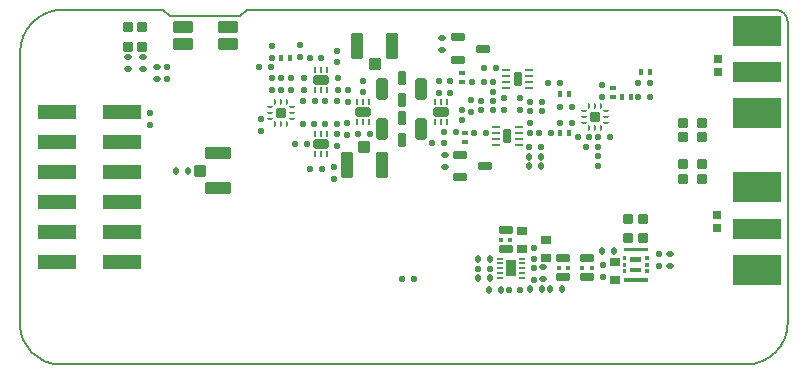
<source format=gtp>
G04*
G04 #@! TF.GenerationSoftware,Altium Limited,CircuitStudio,1.5.2 (30)*
G04*
G04 Layer_Color=16711884*
%FSLAX25Y25*%
%MOIN*%
G70*
G01*
G75*
G04:AMPARAMS|DCode=13|XSize=49.02mil|YSize=24.02mil|CornerRadius=3.6mil|HoleSize=0mil|Usage=FLASHONLY|Rotation=90.000|XOffset=0mil|YOffset=0mil|HoleType=Round|Shape=RoundedRectangle|*
%AMROUNDEDRECTD13*
21,1,0.04902,0.01681,0,0,90.0*
21,1,0.04181,0.02402,0,0,90.0*
1,1,0.00721,0.00841,0.02091*
1,1,0.00721,0.00841,-0.02091*
1,1,0.00721,-0.00841,-0.02091*
1,1,0.00721,-0.00841,0.02091*
%
%ADD13ROUNDEDRECTD13*%
G04:AMPARAMS|DCode=14|XSize=70.87mil|YSize=40.95mil|CornerRadius=6.14mil|HoleSize=0mil|Usage=FLASHONLY|Rotation=90.000|XOffset=0mil|YOffset=0mil|HoleType=Round|Shape=RoundedRectangle|*
%AMROUNDEDRECTD14*
21,1,0.07087,0.02866,0,0,90.0*
21,1,0.05858,0.04095,0,0,90.0*
1,1,0.01228,0.01433,0.02929*
1,1,0.01228,0.01433,-0.02929*
1,1,0.01228,-0.01433,-0.02929*
1,1,0.01228,-0.01433,0.02929*
%
%ADD14ROUNDEDRECTD14*%
G04:AMPARAMS|DCode=15|XSize=64.96mil|YSize=41.34mil|CornerRadius=4.13mil|HoleSize=0mil|Usage=FLASHONLY|Rotation=180.000|XOffset=0mil|YOffset=0mil|HoleType=Round|Shape=RoundedRectangle|*
%AMROUNDEDRECTD15*
21,1,0.06496,0.03307,0,0,180.0*
21,1,0.05669,0.04134,0,0,180.0*
1,1,0.00827,-0.02835,0.01654*
1,1,0.00827,0.02835,0.01654*
1,1,0.00827,0.02835,-0.01654*
1,1,0.00827,-0.02835,-0.01654*
%
%ADD15ROUNDEDRECTD15*%
G04:AMPARAMS|DCode=18|XSize=32.68mil|YSize=27.56mil|CornerRadius=2.76mil|HoleSize=0mil|Usage=FLASHONLY|Rotation=180.000|XOffset=0mil|YOffset=0mil|HoleType=Round|Shape=RoundedRectangle|*
%AMROUNDEDRECTD18*
21,1,0.03268,0.02205,0,0,180.0*
21,1,0.02717,0.02756,0,0,180.0*
1,1,0.00551,-0.01358,0.01102*
1,1,0.00551,0.01358,0.01102*
1,1,0.00551,0.01358,-0.01102*
1,1,0.00551,-0.01358,-0.01102*
%
%ADD18ROUNDEDRECTD18*%
G04:AMPARAMS|DCode=19|XSize=31.89mil|YSize=36.61mil|CornerRadius=4.78mil|HoleSize=0mil|Usage=FLASHONLY|Rotation=270.000|XOffset=0mil|YOffset=0mil|HoleType=Round|Shape=RoundedRectangle|*
%AMROUNDEDRECTD19*
21,1,0.03189,0.02705,0,0,270.0*
21,1,0.02232,0.03661,0,0,270.0*
1,1,0.00957,-0.01352,-0.01116*
1,1,0.00957,-0.01352,0.01116*
1,1,0.00957,0.01352,0.01116*
1,1,0.00957,0.01352,-0.01116*
%
%ADD19ROUNDEDRECTD19*%
G04:AMPARAMS|DCode=20|XSize=31.89mil|YSize=36.61mil|CornerRadius=4.78mil|HoleSize=0mil|Usage=FLASHONLY|Rotation=180.000|XOffset=0mil|YOffset=0mil|HoleType=Round|Shape=RoundedRectangle|*
%AMROUNDEDRECTD20*
21,1,0.03189,0.02705,0,0,180.0*
21,1,0.02232,0.03661,0,0,180.0*
1,1,0.00957,-0.01116,0.01352*
1,1,0.00957,0.01116,0.01352*
1,1,0.00957,0.01116,-0.01352*
1,1,0.00957,-0.01116,-0.01352*
%
%ADD20ROUNDEDRECTD20*%
G04:AMPARAMS|DCode=21|XSize=27.56mil|YSize=27.56mil|CornerRadius=2.76mil|HoleSize=0mil|Usage=FLASHONLY|Rotation=270.000|XOffset=0mil|YOffset=0mil|HoleType=Round|Shape=RoundedRectangle|*
%AMROUNDEDRECTD21*
21,1,0.02756,0.02205,0,0,270.0*
21,1,0.02205,0.02756,0,0,270.0*
1,1,0.00551,-0.01102,-0.01102*
1,1,0.00551,-0.01102,0.01102*
1,1,0.00551,0.01102,0.01102*
1,1,0.00551,0.01102,-0.01102*
%
%ADD21ROUNDEDRECTD21*%
G04:AMPARAMS|DCode=22|XSize=14.17mil|YSize=23mil|CornerRadius=0.71mil|HoleSize=0mil|Usage=FLASHONLY|Rotation=180.000|XOffset=0mil|YOffset=0mil|HoleType=Round|Shape=RoundedRectangle|*
%AMROUNDEDRECTD22*
21,1,0.01417,0.02158,0,0,180.0*
21,1,0.01276,0.02300,0,0,180.0*
1,1,0.00142,-0.00638,0.01079*
1,1,0.00142,0.00638,0.01079*
1,1,0.00142,0.00638,-0.01079*
1,1,0.00142,-0.00638,-0.01079*
%
%ADD22ROUNDEDRECTD22*%
G04:AMPARAMS|DCode=23|XSize=14.17mil|YSize=23mil|CornerRadius=0.71mil|HoleSize=0mil|Usage=FLASHONLY|Rotation=90.000|XOffset=0mil|YOffset=0mil|HoleType=Round|Shape=RoundedRectangle|*
%AMROUNDEDRECTD23*
21,1,0.01417,0.02158,0,0,90.0*
21,1,0.01276,0.02300,0,0,90.0*
1,1,0.00142,0.01079,0.00638*
1,1,0.00142,0.01079,-0.00638*
1,1,0.00142,-0.01079,-0.00638*
1,1,0.00142,-0.01079,0.00638*
%
%ADD23ROUNDEDRECTD23*%
G04:AMPARAMS|DCode=24|XSize=23.62mil|YSize=17.72mil|CornerRadius=4.43mil|HoleSize=0mil|Usage=FLASHONLY|Rotation=270.000|XOffset=0mil|YOffset=0mil|HoleType=Round|Shape=RoundedRectangle|*
%AMROUNDEDRECTD24*
21,1,0.02362,0.00886,0,0,270.0*
21,1,0.01476,0.01772,0,0,270.0*
1,1,0.00886,-0.00443,-0.00738*
1,1,0.00886,-0.00443,0.00738*
1,1,0.00886,0.00443,0.00738*
1,1,0.00886,0.00443,-0.00738*
%
%ADD24ROUNDEDRECTD24*%
G04:AMPARAMS|DCode=25|XSize=23.62mil|YSize=17.72mil|CornerRadius=4.43mil|HoleSize=0mil|Usage=FLASHONLY|Rotation=180.000|XOffset=0mil|YOffset=0mil|HoleType=Round|Shape=RoundedRectangle|*
%AMROUNDEDRECTD25*
21,1,0.02362,0.00886,0,0,180.0*
21,1,0.01476,0.01772,0,0,180.0*
1,1,0.00886,-0.00738,0.00443*
1,1,0.00886,0.00738,0.00443*
1,1,0.00886,0.00738,-0.00443*
1,1,0.00886,-0.00738,-0.00443*
%
%ADD25ROUNDEDRECTD25*%
G04:AMPARAMS|DCode=26|XSize=47.24mil|YSize=23.62mil|CornerRadius=3.54mil|HoleSize=0mil|Usage=FLASHONLY|Rotation=90.000|XOffset=0mil|YOffset=0mil|HoleType=Round|Shape=RoundedRectangle|*
%AMROUNDEDRECTD26*
21,1,0.04724,0.01654,0,0,90.0*
21,1,0.04016,0.02362,0,0,90.0*
1,1,0.00709,0.00827,0.02008*
1,1,0.00709,0.00827,-0.02008*
1,1,0.00709,-0.00827,-0.02008*
1,1,0.00709,-0.00827,0.02008*
%
%ADD26ROUNDEDRECTD26*%
G04:AMPARAMS|DCode=27|XSize=9.84mil|YSize=29.53mil|CornerRadius=1.48mil|HoleSize=0mil|Usage=FLASHONLY|Rotation=90.000|XOffset=0mil|YOffset=0mil|HoleType=Round|Shape=RoundedRectangle|*
%AMROUNDEDRECTD27*
21,1,0.00984,0.02658,0,0,90.0*
21,1,0.00689,0.02953,0,0,90.0*
1,1,0.00295,0.01329,0.00345*
1,1,0.00295,0.01329,-0.00345*
1,1,0.00295,-0.01329,-0.00345*
1,1,0.00295,-0.01329,0.00345*
%
%ADD27ROUNDEDRECTD27*%
G04:AMPARAMS|DCode=28|XSize=47.24mil|YSize=23.62mil|CornerRadius=2.36mil|HoleSize=0mil|Usage=FLASHONLY|Rotation=180.000|XOffset=0mil|YOffset=0mil|HoleType=Round|Shape=RoundedRectangle|*
%AMROUNDEDRECTD28*
21,1,0.04724,0.01890,0,0,180.0*
21,1,0.04252,0.02362,0,0,180.0*
1,1,0.00472,-0.02126,0.00945*
1,1,0.00472,0.02126,0.00945*
1,1,0.00472,0.02126,-0.00945*
1,1,0.00472,-0.02126,-0.00945*
%
%ADD28ROUNDEDRECTD28*%
%ADD29R,0.01654X0.01575*%
%ADD30R,0.16496X0.10492*%
%ADD31R,0.16496X0.07008*%
G04:AMPARAMS|DCode=32|XSize=48.43mil|YSize=23.62mil|CornerRadius=2.95mil|HoleSize=0mil|Usage=FLASHONLY|Rotation=0.000|XOffset=0mil|YOffset=0mil|HoleType=Round|Shape=RoundedRectangle|*
%AMROUNDEDRECTD32*
21,1,0.04843,0.01772,0,0,0.0*
21,1,0.04252,0.02362,0,0,0.0*
1,1,0.00591,0.02126,-0.00886*
1,1,0.00591,-0.02126,-0.00886*
1,1,0.00591,-0.02126,0.00886*
1,1,0.00591,0.02126,0.00886*
%
%ADD32ROUNDEDRECTD32*%
G04:AMPARAMS|DCode=33|XSize=21.65mil|YSize=17.72mil|CornerRadius=4.43mil|HoleSize=0mil|Usage=FLASHONLY|Rotation=180.000|XOffset=0mil|YOffset=0mil|HoleType=Round|Shape=RoundedRectangle|*
%AMROUNDEDRECTD33*
21,1,0.02165,0.00886,0,0,180.0*
21,1,0.01280,0.01772,0,0,180.0*
1,1,0.00886,-0.00640,0.00443*
1,1,0.00886,0.00640,0.00443*
1,1,0.00886,0.00640,-0.00443*
1,1,0.00886,-0.00640,-0.00443*
%
%ADD33ROUNDEDRECTD33*%
%ADD34R,0.12520X0.05000*%
G04:AMPARAMS|DCode=38|XSize=21.65mil|YSize=9.84mil|CornerRadius=1.48mil|HoleSize=0mil|Usage=FLASHONLY|Rotation=90.000|XOffset=0mil|YOffset=0mil|HoleType=Round|Shape=RoundedRectangle|*
%AMROUNDEDRECTD38*
21,1,0.02165,0.00689,0,0,90.0*
21,1,0.01870,0.00984,0,0,90.0*
1,1,0.00295,0.00345,0.00935*
1,1,0.00295,0.00345,-0.00935*
1,1,0.00295,-0.00345,-0.00935*
1,1,0.00295,-0.00345,0.00935*
%
%ADD38ROUNDEDRECTD38*%
G04:AMPARAMS|DCode=39|XSize=51.18mil|YSize=31.5mil|CornerRadius=4.72mil|HoleSize=0mil|Usage=FLASHONLY|Rotation=180.000|XOffset=0mil|YOffset=0mil|HoleType=Round|Shape=RoundedRectangle|*
%AMROUNDEDRECTD39*
21,1,0.05118,0.02205,0,0,180.0*
21,1,0.04173,0.03150,0,0,180.0*
1,1,0.00945,-0.02087,0.01102*
1,1,0.00945,0.02087,0.01102*
1,1,0.00945,0.02087,-0.01102*
1,1,0.00945,-0.02087,-0.01102*
%
%ADD39ROUNDEDRECTD39*%
G04:AMPARAMS|DCode=40|XSize=39.37mil|YSize=41.34mil|CornerRadius=3.94mil|HoleSize=0mil|Usage=FLASHONLY|Rotation=270.000|XOffset=0mil|YOffset=0mil|HoleType=Round|Shape=RoundedRectangle|*
%AMROUNDEDRECTD40*
21,1,0.03937,0.03347,0,0,270.0*
21,1,0.03150,0.04134,0,0,270.0*
1,1,0.00787,-0.01673,-0.01575*
1,1,0.00787,-0.01673,0.01575*
1,1,0.00787,0.01673,0.01575*
1,1,0.00787,0.01673,-0.01575*
%
%ADD40ROUNDEDRECTD40*%
G04:AMPARAMS|DCode=41|XSize=41.34mil|YSize=86.61mil|CornerRadius=4.13mil|HoleSize=0mil|Usage=FLASHONLY|Rotation=270.000|XOffset=0mil|YOffset=0mil|HoleType=Round|Shape=RoundedRectangle|*
%AMROUNDEDRECTD41*
21,1,0.04134,0.07835,0,0,270.0*
21,1,0.03307,0.08661,0,0,270.0*
1,1,0.00827,-0.03917,-0.01654*
1,1,0.00827,-0.03917,0.01654*
1,1,0.00827,0.03917,0.01654*
1,1,0.00827,0.03917,-0.01654*
%
%ADD41ROUNDEDRECTD41*%
G04:AMPARAMS|DCode=42|XSize=39.37mil|YSize=41.34mil|CornerRadius=3.94mil|HoleSize=0mil|Usage=FLASHONLY|Rotation=180.000|XOffset=0mil|YOffset=0mil|HoleType=Round|Shape=RoundedRectangle|*
%AMROUNDEDRECTD42*
21,1,0.03937,0.03347,0,0,180.0*
21,1,0.03150,0.04134,0,0,180.0*
1,1,0.00787,-0.01575,0.01673*
1,1,0.00787,0.01575,0.01673*
1,1,0.00787,0.01575,-0.01673*
1,1,0.00787,-0.01575,-0.01673*
%
%ADD42ROUNDEDRECTD42*%
G04:AMPARAMS|DCode=43|XSize=41.34mil|YSize=86.61mil|CornerRadius=4.13mil|HoleSize=0mil|Usage=FLASHONLY|Rotation=180.000|XOffset=0mil|YOffset=0mil|HoleType=Round|Shape=RoundedRectangle|*
%AMROUNDEDRECTD43*
21,1,0.04134,0.07835,0,0,180.0*
21,1,0.03307,0.08661,0,0,180.0*
1,1,0.00827,-0.01654,0.03917*
1,1,0.00827,0.01654,0.03917*
1,1,0.00827,0.01654,-0.03917*
1,1,0.00827,-0.01654,-0.03917*
%
%ADD43ROUNDEDRECTD43*%
G04:AMPARAMS|DCode=44|XSize=21.65mil|YSize=8.66mil|CornerRadius=0.87mil|HoleSize=0mil|Usage=FLASHONLY|Rotation=0.000|XOffset=0mil|YOffset=0mil|HoleType=Round|Shape=RoundedRectangle|*
%AMROUNDEDRECTD44*
21,1,0.02165,0.00693,0,0,0.0*
21,1,0.01992,0.00866,0,0,0.0*
1,1,0.00173,0.00996,-0.00347*
1,1,0.00173,-0.00996,-0.00347*
1,1,0.00173,-0.00996,0.00347*
1,1,0.00173,0.00996,0.00347*
%
%ADD44ROUNDEDRECTD44*%
G04:AMPARAMS|DCode=46|XSize=18.11mil|YSize=7.87mil|CornerRadius=3.15mil|HoleSize=0mil|Usage=FLASHONLY|Rotation=180.000|XOffset=0mil|YOffset=0mil|HoleType=Round|Shape=RoundedRectangle|*
%AMROUNDEDRECTD46*
21,1,0.01811,0.00158,0,0,180.0*
21,1,0.01181,0.00787,0,0,180.0*
1,1,0.00630,-0.00591,0.00079*
1,1,0.00630,0.00591,0.00079*
1,1,0.00630,0.00591,-0.00079*
1,1,0.00630,-0.00591,-0.00079*
%
%ADD46ROUNDEDRECTD46*%
G04:AMPARAMS|DCode=47|XSize=18.11mil|YSize=7.87mil|CornerRadius=3.15mil|HoleSize=0mil|Usage=FLASHONLY|Rotation=270.000|XOffset=0mil|YOffset=0mil|HoleType=Round|Shape=RoundedRectangle|*
%AMROUNDEDRECTD47*
21,1,0.01811,0.00158,0,0,270.0*
21,1,0.01181,0.00787,0,0,270.0*
1,1,0.00630,-0.00079,-0.00591*
1,1,0.00630,-0.00079,0.00591*
1,1,0.00630,0.00079,0.00591*
1,1,0.00630,0.00079,-0.00591*
%
%ADD47ROUNDEDRECTD47*%
G04:AMPARAMS|DCode=48|XSize=31.5mil|YSize=31.5mil|CornerRadius=3.15mil|HoleSize=0mil|Usage=FLASHONLY|Rotation=270.000|XOffset=0mil|YOffset=0mil|HoleType=Round|Shape=RoundedRectangle|*
%AMROUNDEDRECTD48*
21,1,0.03150,0.02520,0,0,270.0*
21,1,0.02520,0.03150,0,0,270.0*
1,1,0.00630,-0.01260,-0.01260*
1,1,0.00630,-0.01260,0.01260*
1,1,0.00630,0.01260,0.01260*
1,1,0.00630,0.01260,-0.01260*
%
%ADD48ROUNDEDRECTD48*%
%ADD56C,0.00500*%
G04:AMPARAMS|DCode=104|XSize=21.62mil|YSize=17.69mil|CornerRadius=3.92mil|HoleSize=0mil|Usage=FLASHONLY|Rotation=180.000|XOffset=0mil|YOffset=0mil|HoleType=Round|Shape=RoundedRectangle|*
%AMROUNDEDRECTD104*
21,1,0.02162,0.00984,0,0,180.0*
21,1,0.01378,0.01769,0,0,180.0*
1,1,0.00784,-0.00689,0.00492*
1,1,0.00784,0.00689,0.00492*
1,1,0.00784,0.00689,-0.00492*
1,1,0.00784,-0.00689,-0.00492*
%
%ADD104ROUNDEDRECTD104*%
G04:AMPARAMS|DCode=105|XSize=21.62mil|YSize=17.69mil|CornerRadius=3.92mil|HoleSize=0mil|Usage=FLASHONLY|Rotation=270.000|XOffset=0mil|YOffset=0mil|HoleType=Round|Shape=RoundedRectangle|*
%AMROUNDEDRECTD105*
21,1,0.02162,0.00984,0,0,270.0*
21,1,0.01378,0.01769,0,0,270.0*
1,1,0.00784,-0.00492,-0.00689*
1,1,0.00784,-0.00492,0.00689*
1,1,0.00784,0.00492,0.00689*
1,1,0.00784,0.00492,-0.00689*
%
%ADD105ROUNDEDRECTD105*%
G04:AMPARAMS|DCode=106|XSize=31.5mil|YSize=55.12mil|CornerRadius=1.58mil|HoleSize=0mil|Usage=FLASHONLY|Rotation=0.000|XOffset=0mil|YOffset=0mil|HoleType=Round|Shape=RoundedRectangle|*
%AMROUNDEDRECTD106*
21,1,0.03150,0.05197,0,0,0.0*
21,1,0.02835,0.05512,0,0,0.0*
1,1,0.00315,0.01417,-0.02598*
1,1,0.00315,-0.01417,-0.02598*
1,1,0.00315,-0.01417,0.02598*
1,1,0.00315,0.01417,0.02598*
%
%ADD106ROUNDEDRECTD106*%
G36*
X1244200Y729933D02*
X1243020D01*
Y731116D01*
X1244200D01*
Y729933D01*
D02*
G37*
G36*
X1241641Y730127D02*
X1238094D01*
Y731706D01*
X1241641D01*
Y730127D01*
D02*
G37*
G36*
X1236719Y729931D02*
X1235533D01*
Y731116D01*
X1236719D01*
Y729931D01*
D02*
G37*
G36*
X1243904Y727079D02*
X1235833D01*
Y728163D01*
X1243904D01*
Y727079D01*
D02*
G37*
G36*
X1199388Y729691D02*
X1197143D01*
Y733431D01*
X1199388D01*
Y729691D01*
D02*
G37*
G36*
X1244200Y732099D02*
X1243021D01*
Y733281D01*
X1244200D01*
Y732099D01*
D02*
G37*
G36*
Y734267D02*
X1243021D01*
Y735447D01*
X1244200D01*
Y734267D01*
D02*
G37*
G36*
X1243904Y737222D02*
X1235830D01*
Y738301D01*
X1243904D01*
Y737222D01*
D02*
G37*
G36*
X1236719Y734266D02*
X1235537D01*
Y735447D01*
X1236719D01*
Y734266D01*
D02*
G37*
G36*
Y732100D02*
X1235536D01*
Y733281D01*
X1236719D01*
Y732100D01*
D02*
G37*
G36*
X1241641Y733675D02*
X1238097D01*
Y735250D01*
X1241641D01*
Y733675D01*
D02*
G37*
D13*
X1161836Y774360D02*
D03*
Y781663D02*
D03*
X1161826Y787509D02*
D03*
Y794813D02*
D03*
D14*
X1168233Y778011D02*
D03*
X1155438D02*
D03*
X1168223Y791161D02*
D03*
X1155428D02*
D03*
D15*
X1103954Y806327D02*
D03*
Y812035D02*
D03*
X1088797Y806327D02*
D03*
Y812035D02*
D03*
D18*
X1209826Y741004D02*
D03*
Y735098D02*
D03*
X1201876Y738028D02*
D03*
Y743934D02*
D03*
X1232876Y727728D02*
D03*
Y733634D02*
D03*
D19*
X1242276Y748070D02*
D03*
Y741692D02*
D03*
X1237376Y748070D02*
D03*
Y741692D02*
D03*
X1070636Y811800D02*
D03*
Y805422D02*
D03*
X1075456Y811820D02*
D03*
Y805442D02*
D03*
D20*
X1262065Y766181D02*
D03*
X1255687D02*
D03*
X1262065Y761381D02*
D03*
X1255687D02*
D03*
X1262065Y775181D02*
D03*
X1255687D02*
D03*
X1262065Y779881D02*
D03*
X1255687D02*
D03*
D21*
X1266887Y749127D02*
D03*
Y744797D02*
D03*
X1267433Y801128D02*
D03*
Y796797D02*
D03*
D22*
X1121716Y801681D02*
D03*
X1124716D02*
D03*
X1217583Y789713D02*
D03*
X1214583D02*
D03*
X1241676Y796981D02*
D03*
X1244676D02*
D03*
X1217583Y776524D02*
D03*
X1214583D02*
D03*
X1235276Y788681D02*
D03*
X1238276D02*
D03*
D23*
X1232276Y791681D02*
D03*
Y788681D02*
D03*
X1181929Y796610D02*
D03*
Y793610D02*
D03*
X1182876Y773581D02*
D03*
Y776581D02*
D03*
D24*
X1190846Y724381D02*
D03*
X1194846D02*
D03*
X1232676Y737381D02*
D03*
X1228676D02*
D03*
X1191356Y734581D02*
D03*
X1187356D02*
D03*
X1187336Y728171D02*
D03*
X1191336D02*
D03*
X1215276Y724481D02*
D03*
X1211276D02*
D03*
X1208776D02*
D03*
X1204776D02*
D03*
X1208276Y765581D02*
D03*
X1204276D02*
D03*
X1204366Y768759D02*
D03*
X1208366D02*
D03*
X1086476Y763931D02*
D03*
X1090476D02*
D03*
D25*
X1251376Y736381D02*
D03*
Y732381D02*
D03*
X1209089Y731856D02*
D03*
Y727856D02*
D03*
X1175450Y804313D02*
D03*
Y808313D02*
D03*
X1176193Y765396D02*
D03*
Y769396D02*
D03*
X1070676Y802081D02*
D03*
Y798081D02*
D03*
X1075476Y802081D02*
D03*
Y798081D02*
D03*
X1080176Y798681D02*
D03*
Y794681D02*
D03*
D26*
X1197028Y775638D02*
D03*
X1200532Y794535D02*
D03*
D27*
X1200906Y772685D02*
D03*
Y774654D02*
D03*
Y776622D02*
D03*
Y778591D02*
D03*
X1193150Y772685D02*
D03*
Y774654D02*
D03*
Y776622D02*
D03*
Y778591D02*
D03*
X1196654Y797488D02*
D03*
Y795520D02*
D03*
Y793551D02*
D03*
Y791583D02*
D03*
X1204410Y797488D02*
D03*
Y795520D02*
D03*
Y793551D02*
D03*
Y791583D02*
D03*
D28*
X1215776Y734831D02*
D03*
Y728532D02*
D03*
X1196476Y744131D02*
D03*
Y737831D02*
D03*
X1223676Y734831D02*
D03*
Y728532D02*
D03*
D29*
X1214201Y731681D02*
D03*
X1217350D02*
D03*
X1194901Y740981D02*
D03*
X1198050D02*
D03*
X1222101Y731681D02*
D03*
X1225250D02*
D03*
D30*
X1280174Y783114D02*
D03*
Y810614D02*
D03*
Y730948D02*
D03*
Y758448D02*
D03*
D31*
Y796864D02*
D03*
Y744698D02*
D03*
D32*
X1180725Y808478D02*
D03*
X1189072Y804738D02*
D03*
X1180725Y800998D02*
D03*
X1181415Y769403D02*
D03*
X1189761Y765662D02*
D03*
X1181415Y761922D02*
D03*
D33*
X1227245Y768855D02*
D03*
Y765508D02*
D03*
X1192376Y793681D02*
D03*
Y790335D02*
D03*
X1204567Y776622D02*
D03*
Y779968D02*
D03*
X1181929Y784201D02*
D03*
Y780855D02*
D03*
D34*
X1046985Y783478D02*
D03*
Y773478D02*
D03*
Y763478D02*
D03*
Y753478D02*
D03*
Y743478D02*
D03*
Y733478D02*
D03*
X1068481Y783478D02*
D03*
Y773478D02*
D03*
Y763478D02*
D03*
Y753478D02*
D03*
Y743478D02*
D03*
Y733478D02*
D03*
D38*
X1172867Y780405D02*
D03*
X1174836D02*
D03*
X1176804D02*
D03*
Y787098D02*
D03*
X1174836D02*
D03*
X1172867D02*
D03*
X1147027Y780325D02*
D03*
X1148996D02*
D03*
X1150964D02*
D03*
Y787018D02*
D03*
X1148996D02*
D03*
X1147027D02*
D03*
X1137047Y776327D02*
D03*
X1135079D02*
D03*
X1133110D02*
D03*
Y769634D02*
D03*
X1135079D02*
D03*
X1137047D02*
D03*
X1133110Y790894D02*
D03*
X1135079D02*
D03*
X1137047D02*
D03*
Y797587D02*
D03*
X1135079D02*
D03*
X1133110D02*
D03*
D39*
X1174836Y783751D02*
D03*
X1148996Y783671D02*
D03*
X1135079Y772980D02*
D03*
Y794240D02*
D03*
D40*
X1094472Y763981D02*
D03*
D41*
X1100476Y769788D02*
D03*
Y758174D02*
D03*
D42*
X1149446Y772005D02*
D03*
X1152846Y799577D02*
D03*
D43*
X1155253Y766001D02*
D03*
X1143639D02*
D03*
X1147038Y805581D02*
D03*
X1158653D02*
D03*
D44*
X1194525Y734711D02*
D03*
Y733136D02*
D03*
Y731561D02*
D03*
Y729986D02*
D03*
Y728411D02*
D03*
X1202006D02*
D03*
Y729986D02*
D03*
Y731561D02*
D03*
Y733136D02*
D03*
Y734711D02*
D03*
D46*
X1125354Y781248D02*
D03*
Y783217D02*
D03*
Y785185D02*
D03*
X1118032D02*
D03*
Y783217D02*
D03*
Y781248D02*
D03*
X1222756Y784004D02*
D03*
Y782035D02*
D03*
Y780067D02*
D03*
X1230079D02*
D03*
Y782035D02*
D03*
Y784004D02*
D03*
D47*
X1123662Y786878D02*
D03*
X1121693D02*
D03*
X1119724D02*
D03*
Y779555D02*
D03*
X1121693D02*
D03*
X1123662D02*
D03*
X1224449Y778374D02*
D03*
X1226417D02*
D03*
X1228386D02*
D03*
Y785697D02*
D03*
X1226417D02*
D03*
X1224449D02*
D03*
D48*
X1121693Y783217D02*
D03*
X1226417Y782035D02*
D03*
D56*
X1290528Y813564D02*
G03*
X1286362Y817730I-4166J0D01*
G01*
X1048995D02*
G03*
X1034623Y803358I0J-14372D01*
G01*
X1034623Y712769D02*
G03*
X1047891Y699502I13268J0D01*
G01*
X1276749Y699502D02*
G03*
X1290528Y713281I0J13780D01*
G01*
X1107961Y815466D02*
X1110224Y817730D01*
X1048995D02*
X1082327D01*
X1084591Y815466D01*
X1290528Y767631D02*
Y813564D01*
X1110224Y817730D02*
X1286362D01*
X1290528Y713281D02*
Y718006D01*
X1034623Y796470D02*
Y803358D01*
X1084591Y815466D02*
X1107961D01*
X1290528Y718006D02*
Y767631D01*
X1034623Y712769D02*
X1034623Y796470D01*
X1047891Y699502D02*
X1276749Y699502D01*
D104*
X1185079Y783610D02*
D03*
Y787547D02*
D03*
X1118606Y805650D02*
D03*
Y801713D02*
D03*
X1127856Y805830D02*
D03*
Y801893D02*
D03*
X1140566Y790923D02*
D03*
Y794860D02*
D03*
X1148996Y794100D02*
D03*
Y790163D02*
D03*
X1195922Y788202D02*
D03*
Y784265D02*
D03*
X1201172Y788271D02*
D03*
Y784334D02*
D03*
X1228476Y792650D02*
D03*
Y788713D02*
D03*
X1174276Y793850D02*
D03*
Y789913D02*
D03*
X1177876D02*
D03*
Y793850D02*
D03*
X1143876Y787013D02*
D03*
Y790950D02*
D03*
X1143776Y780050D02*
D03*
Y776113D02*
D03*
X1139296Y761343D02*
D03*
Y765280D02*
D03*
X1129376Y791113D02*
D03*
Y795050D02*
D03*
X1140176Y804110D02*
D03*
Y800173D02*
D03*
X1083476Y794613D02*
D03*
Y798550D02*
D03*
X1205940Y727592D02*
D03*
Y731529D02*
D03*
X1228976Y732650D02*
D03*
Y728713D02*
D03*
X1205896Y738420D02*
D03*
Y734483D02*
D03*
X1247677Y732423D02*
D03*
Y736361D02*
D03*
X1140376Y776150D02*
D03*
Y772213D02*
D03*
X1118543Y795028D02*
D03*
Y791091D02*
D03*
X1124843D02*
D03*
Y795028D02*
D03*
X1121693Y791091D02*
D03*
Y795028D02*
D03*
X1115000Y781248D02*
D03*
Y777311D02*
D03*
X1078107Y783281D02*
D03*
Y779344D02*
D03*
D105*
X1135292Y764580D02*
D03*
X1131355D02*
D03*
X1118154Y798691D02*
D03*
X1114217D02*
D03*
X1135079Y801721D02*
D03*
X1131142D02*
D03*
X1188442Y784265D02*
D03*
X1192379D02*
D03*
X1189229Y798439D02*
D03*
X1193166D02*
D03*
X1176044Y773171D02*
D03*
X1172107D02*
D03*
X1240707Y793181D02*
D03*
X1244644D02*
D03*
X1218644Y785181D02*
D03*
X1214707D02*
D03*
X1214508Y793354D02*
D03*
X1210571D02*
D03*
X1214705Y779969D02*
D03*
X1218642D02*
D03*
X1180031Y776930D02*
D03*
X1176094D02*
D03*
X1204583Y783872D02*
D03*
X1208521D02*
D03*
X1189844Y776681D02*
D03*
X1185907D02*
D03*
X1208344Y771981D02*
D03*
X1204407D02*
D03*
X1147227Y776441D02*
D03*
X1151164D02*
D03*
X1185307Y793481D02*
D03*
X1189244D02*
D03*
X1208521Y787021D02*
D03*
X1204583D02*
D03*
X1188442Y787415D02*
D03*
X1192379D02*
D03*
X1207717Y776524D02*
D03*
X1211654D02*
D03*
X1128907Y787281D02*
D03*
X1132844D02*
D03*
X1126237Y772848D02*
D03*
X1130174D02*
D03*
X1197477Y724381D02*
D03*
X1201414D02*
D03*
X1187307Y731351D02*
D03*
X1191244D02*
D03*
X1223297Y771981D02*
D03*
X1227234D02*
D03*
X1224449Y775343D02*
D03*
X1220512D02*
D03*
X1227205D02*
D03*
X1231142D02*
D03*
X1240707Y788681D02*
D03*
X1244644D02*
D03*
X1140264Y779691D02*
D03*
X1136327D02*
D03*
X1140384Y787301D02*
D03*
X1136447D02*
D03*
X1128807Y779681D02*
D03*
X1132744D02*
D03*
X1165844Y727781D02*
D03*
X1161907D02*
D03*
D106*
X1198266Y731561D02*
D03*
M02*

</source>
